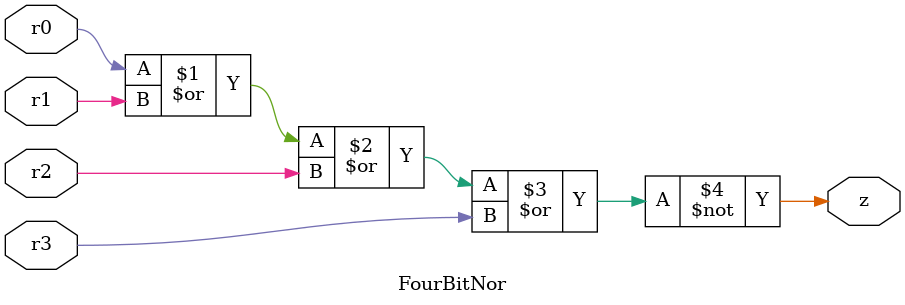
<source format=v>
module andgate(in1,in2,out);
input in1,in2;
output out;
assign out=in1&in2;
endmodule

module andgate3(in1,in2,in3,out);
input in1,in2,in3;
output out;
assign out=in1&in2&in3;
endmodule

module nandgate(in1,in2,out);
input in1,in2;
output out;
assign out=~(in1&in2);
endmodule

module nandgate3(in1,in2,in3,out);
input in1,in2,in3;
output out;
assign out=~(in1&in2&in3);
endmodule


module orgate(in1,in2,out);
input in1,in2;
output out;
assign out=in1|in2;
endmodule

module orgate3(in1,in2,in3,out);
input in1,in2,in3;
output out;
assign out=in1|in2|in3;
endmodule

module norgate(in1,in2,out);
input in1,in2;
output out;
assign out=~(in1|in2);
endmodule

module norgate3(in1,in2,in3,out);
input in1,in2,in3;
output out;
assign out=~(in1|in2|in3);
endmodule

module xorgate(in1,in2,out);
input in1,in2;
output out;
assign out=in1^in2;
endmodule

module xnorgate(in1,in2,out);
input in1,in2;
output out;
assign out=~(in1^in2);
endmodule

module invgate(in1,out);
input in1;
output out;
assign out=~in1;
endmodule

module FourBitNor(r0,r1,r2,r3,z);
input r0,r1,r2,r3;
output z;
assign z=~(r0|r1|r2|r3);

endmodule


</source>
